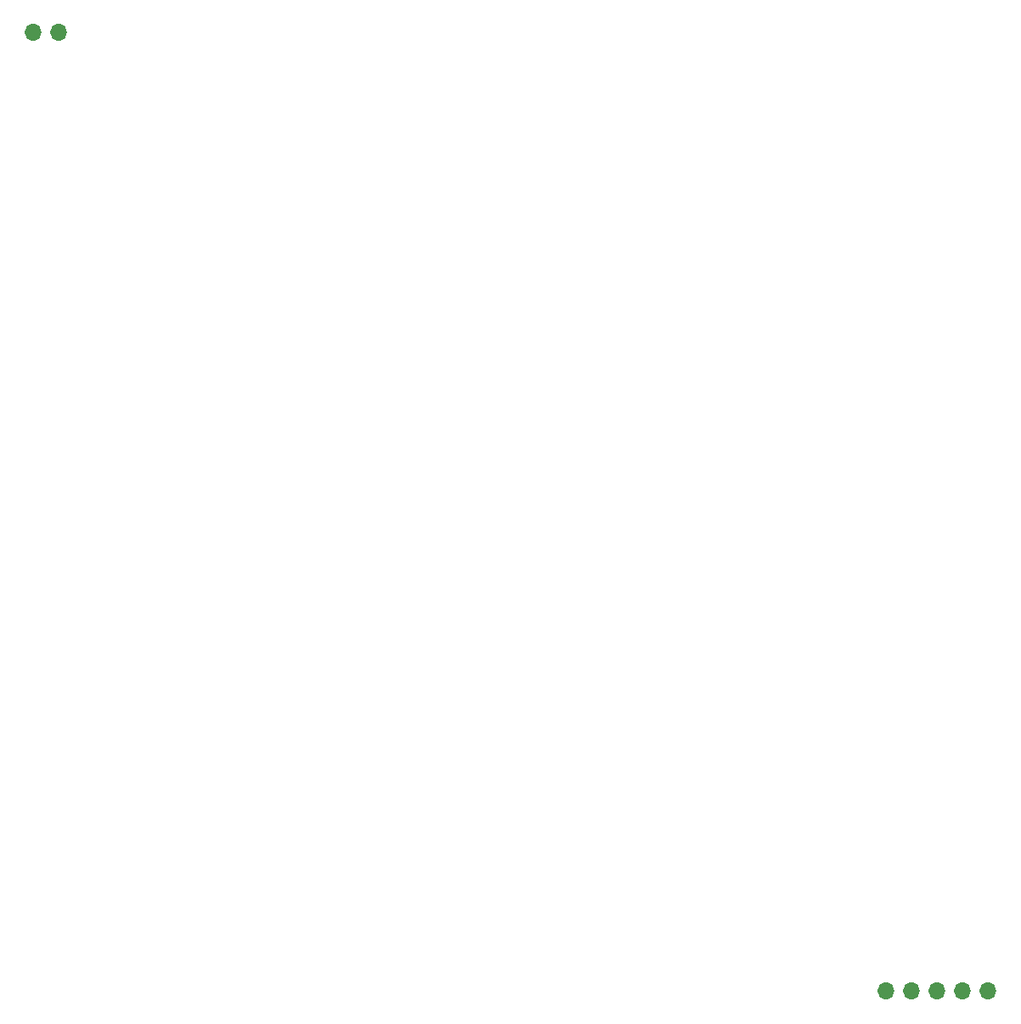
<source format=gbr>
%TF.GenerationSoftware,KiCad,Pcbnew,(5.99.0-3349-gc9824bbd9)*%
%TF.CreationDate,2020-09-24T16:48:39-07:00*%
%TF.ProjectId,Counter,436f756e-7465-4722-9e6b-696361645f70,rev?*%
%TF.SameCoordinates,Original*%
%TF.FileFunction,Soldermask,Bot*%
%TF.FilePolarity,Negative*%
%FSLAX46Y46*%
G04 Gerber Fmt 4.6, Leading zero omitted, Abs format (unit mm)*
G04 Created by KiCad (PCBNEW (5.99.0-3349-gc9824bbd9)) date 2020-09-24 16:48:39*
%MOMM*%
%LPD*%
G01*
G04 APERTURE LIST*
%ADD10O,1.700000X1.700000*%
G04 APERTURE END LIST*
D10*
%TO.C,J1*%
X14000000Y-14000000D03*
X16540000Y-14000000D03*
%TD*%
%TO.C,J2*%
X109220000Y-109500000D03*
X106680000Y-109500000D03*
X104140000Y-109500000D03*
X101600000Y-109500000D03*
X99060000Y-109500000D03*
%TD*%
M02*

</source>
